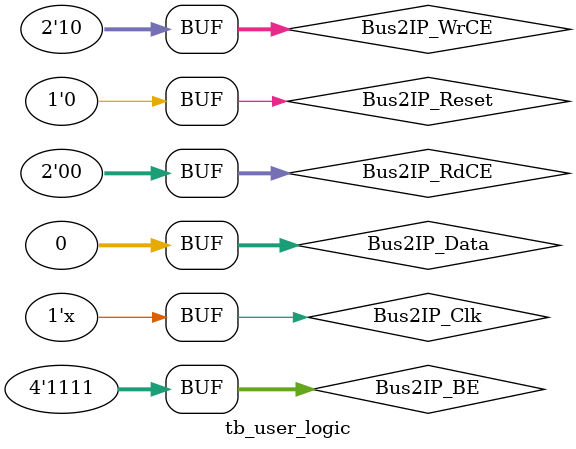
<source format=v>
`timescale 1ns / 1ps


module tb_user_logic;

	// Inputs
	reg Bus2IP_Clk;
	reg Bus2IP_Reset;
	reg [0:31] Bus2IP_Data;
	reg [0:3] Bus2IP_BE;
	reg [0:1] Bus2IP_RdCE;
	reg [0:1] Bus2IP_WrCE;

	// Outputs
	wire [0:9] IP2DAC_Data;
	wire IP2DAC_DCLKIO;
	wire IP2DAC_Clkout;
	wire IP2DAC_PinMD;
	wire IP2DAC_ClkMD;
	wire IP2DAC_Format;
	wire IP2DAC_PWRDN;
	wire [0:31] IP2Bus_Data;
	wire IP2Bus_RdAck;
	wire IP2Bus_WrAck;
	wire IP2Bus_Error;

	// Instantiate the Unit Under Test (UUT)
	user_logic uut (
		.IP2DAC_Data(IP2DAC_Data), 
		.IP2DAC_DCLKIO(IP2DAC_DCLKIO), 
		.IP2DAC_Clkout(IP2DAC_Clkout), 
		.IP2DAC_PinMD(IP2DAC_PinMD), 
		.IP2DAC_ClkMD(IP2DAC_ClkMD), 
		.IP2DAC_Format(IP2DAC_Format), 
		.IP2DAC_PWRDN(IP2DAC_PWRDN), 
		.Bus2IP_Clk(Bus2IP_Clk), 
		.Bus2IP_Reset(Bus2IP_Reset), 
		.Bus2IP_Data(Bus2IP_Data), 
		.Bus2IP_BE(Bus2IP_BE), 
		.Bus2IP_RdCE(Bus2IP_RdCE), 
		.Bus2IP_WrCE(Bus2IP_WrCE), 
		.IP2Bus_Data(IP2Bus_Data), 
		.IP2Bus_RdAck(IP2Bus_RdAck), 
		.IP2Bus_WrAck(IP2Bus_WrAck), 
		.IP2Bus_Error(IP2Bus_Error)
	);

	initial begin
		// Initialize Inputs
		Bus2IP_Clk = 0;
		Bus2IP_Reset = 1;
		Bus2IP_Data = 0;
		Bus2IP_BE = 0;
		Bus2IP_RdCE = 0;
		Bus2IP_WrCE = 0;

		// Wait 100 ns for global reset to finish
		#100;
        
		// Add stimulus here
		Bus2IP_Reset = 1'b0;

		Bus2IP_BE = 4'b1111;

		#40;
		Bus2IP_WrCE = 2'b10;
		Bus2IP_Data = {2'b10, 30'b0};

		#40;
		Bus2IP_WrCE = 2'b01;
		Bus2IP_Data = {10'h00f, 6'b0, 10'h00a, 6'b0};

		#40;
		Bus2IP_WrCE = 2'b01;
		Bus2IP_Data = {10'h0ff, 6'b0, 10'h0aa, 6'b0};

		#40;
		Bus2IP_WrCE = 2'b01;
		Bus2IP_Data = {10'h3ff, 6'b0, 10'h3aa, 6'b0};

		#40;
		Bus2IP_WrCE = 2'b10;
		Bus2IP_Data = {2'b11, 30'b0};

		#40;
		Bus2IP_WrCE = 2'b01;
		Bus2IP_Data = {10'h00f, 6'b0, 10'h00a, 6'b0};

		#40;
		Bus2IP_WrCE = 2'b01;
		Bus2IP_Data = {10'h0ff, 6'b0, 10'h0aa, 6'b0};

		#40;
		Bus2IP_WrCE = 2'b01;
		Bus2IP_Data = {10'h3ff, 6'b0, 10'h3aa, 6'b0};

		#40;
		Bus2IP_WrCE = 2'b10;
		Bus2IP_Data = 32'h0000_0000;

	end

	always @(Bus2IP_Clk)
		#10 Bus2IP_Clk <= ~Bus2IP_Clk;
      
endmodule


</source>
